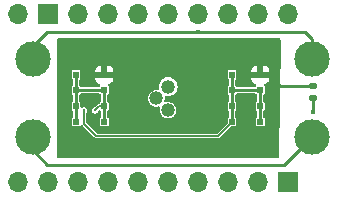
<source format=gbl>
G04 #@! TF.GenerationSoftware,KiCad,Pcbnew,(6.0.8)*
G04 #@! TF.CreationDate,2022-11-21T13:53:06+02:00*
G04 #@! TF.ProjectId,sensor,73656e73-6f72-42e6-9b69-6361645f7063,rev?*
G04 #@! TF.SameCoordinates,Original*
G04 #@! TF.FileFunction,Copper,L4,Bot*
G04 #@! TF.FilePolarity,Positive*
%FSLAX46Y46*%
G04 Gerber Fmt 4.6, Leading zero omitted, Abs format (unit mm)*
G04 Created by KiCad (PCBNEW (6.0.8)) date 2022-11-21 13:53:06*
%MOMM*%
%LPD*%
G01*
G04 APERTURE LIST*
G04 Aperture macros list*
%AMRoundRect*
0 Rectangle with rounded corners*
0 $1 Rounding radius*
0 $2 $3 $4 $5 $6 $7 $8 $9 X,Y pos of 4 corners*
0 Add a 4 corners polygon primitive as box body*
4,1,4,$2,$3,$4,$5,$6,$7,$8,$9,$2,$3,0*
0 Add four circle primitives for the rounded corners*
1,1,$1+$1,$2,$3*
1,1,$1+$1,$4,$5*
1,1,$1+$1,$6,$7*
1,1,$1+$1,$8,$9*
0 Add four rect primitives between the rounded corners*
20,1,$1+$1,$2,$3,$4,$5,0*
20,1,$1+$1,$4,$5,$6,$7,0*
20,1,$1+$1,$6,$7,$8,$9,0*
20,1,$1+$1,$8,$9,$2,$3,0*%
G04 Aperture macros list end*
G04 #@! TA.AperFunction,ComponentPad*
%ADD10O,1.700000X1.700000*%
G04 #@! TD*
G04 #@! TA.AperFunction,ComponentPad*
%ADD11R,1.700000X1.700000*%
G04 #@! TD*
G04 #@! TA.AperFunction,ComponentPad*
%ADD12C,3.000000*%
G04 #@! TD*
G04 #@! TA.AperFunction,SMDPad,CuDef*
%ADD13R,0.550000X0.540000*%
G04 #@! TD*
G04 #@! TA.AperFunction,SMDPad,CuDef*
%ADD14RoundRect,0.135000X-0.185000X0.135000X-0.185000X-0.135000X0.185000X-0.135000X0.185000X0.135000X0*%
G04 #@! TD*
G04 #@! TA.AperFunction,ComponentPad*
%ADD15C,1.192000*%
G04 #@! TD*
G04 #@! TA.AperFunction,ViaPad*
%ADD16C,0.381000*%
G04 #@! TD*
G04 #@! TA.AperFunction,ViaPad*
%ADD17C,0.254000*%
G04 #@! TD*
G04 #@! TA.AperFunction,Conductor*
%ADD18C,0.254000*%
G04 #@! TD*
G04 #@! TA.AperFunction,Conductor*
%ADD19C,0.152400*%
G04 #@! TD*
G04 APERTURE END LIST*
D10*
X131572000Y-70866000D03*
D11*
X134112000Y-70866000D03*
D10*
X136652000Y-70866000D03*
X139192000Y-70866000D03*
X141732000Y-70866000D03*
X144272000Y-70866000D03*
X146812000Y-70866000D03*
X149352000Y-70866000D03*
X151892000Y-70866000D03*
X154432000Y-70866000D03*
X131572000Y-85090000D03*
X134112000Y-85090000D03*
X136652000Y-85090000D03*
X139192000Y-85090000D03*
X141732000Y-85090000D03*
X144272000Y-85090000D03*
X146812000Y-85090000D03*
X149352000Y-85090000D03*
X151892000Y-85090000D03*
D11*
X154432000Y-85090000D03*
D12*
X132842000Y-74676000D03*
X156438600Y-81280000D03*
X156438600Y-74676000D03*
X132842000Y-81280000D03*
D13*
X136478000Y-79978000D03*
X136478000Y-78668000D03*
X136478000Y-77288000D03*
X136478000Y-75978000D03*
X138858000Y-75978000D03*
X138858000Y-77288000D03*
X138858000Y-78668000D03*
X138858000Y-79978000D03*
D14*
X156514800Y-76934600D03*
X156514800Y-77954600D03*
D15*
X144272000Y-78994000D03*
X144272000Y-76994000D03*
X143272000Y-77994000D03*
D13*
X149686000Y-79978000D03*
X149686000Y-78668000D03*
X149686000Y-77288000D03*
X149686000Y-75978000D03*
X152066000Y-75978000D03*
X152066000Y-77288000D03*
X152066000Y-78668000D03*
X152066000Y-79978000D03*
D16*
X156514800Y-79121000D03*
D17*
X136118600Y-80949800D03*
X137160000Y-78994000D03*
X138074400Y-78994000D03*
D16*
X146812000Y-72390000D03*
D18*
X156514800Y-79121000D02*
X156514800Y-77954600D01*
X153769600Y-76934600D02*
X152813000Y-75978000D01*
X156514800Y-76934600D02*
X153769600Y-76934600D01*
X152813000Y-75978000D02*
X152066000Y-75978000D01*
D19*
X137160000Y-80137000D02*
X138176000Y-81153000D01*
X148511000Y-81153000D02*
X149686000Y-79978000D01*
D18*
X152066000Y-78668000D02*
X152066000Y-79978000D01*
X152066000Y-77288000D02*
X149686000Y-77288000D01*
D19*
X137160000Y-78994000D02*
X137160000Y-80137000D01*
D18*
X152066000Y-78668000D02*
X152066000Y-77288000D01*
D19*
X138176000Y-81153000D02*
X148511000Y-81153000D01*
D18*
X149686000Y-77288000D02*
X149686000Y-79978000D01*
X149686000Y-77288000D02*
X149686000Y-75978000D01*
X138858000Y-77288000D02*
X138858000Y-79978000D01*
D19*
X138858000Y-78668000D02*
X138400400Y-78668000D01*
D18*
X138858000Y-77288000D02*
X137850000Y-77288000D01*
D19*
X138400400Y-78668000D02*
X138074400Y-78994000D01*
D18*
X137850000Y-77288000D02*
X136478000Y-77288000D01*
X136478000Y-75978000D02*
X136478000Y-79978000D01*
X154127200Y-83591400D02*
X134035800Y-83591400D01*
X156438600Y-81280000D02*
X154127200Y-83591400D01*
X132842000Y-82397600D02*
X132842000Y-81280000D01*
X134035800Y-83591400D02*
X132842000Y-82397600D01*
X132842000Y-73533000D02*
X132842000Y-74676000D01*
X133985000Y-72390000D02*
X132842000Y-73533000D01*
X155854400Y-72390000D02*
X146812000Y-72390000D01*
X156438600Y-74676000D02*
X156438600Y-72974200D01*
X146812000Y-72390000D02*
X133985000Y-72390000D01*
X156438600Y-72974200D02*
X155854400Y-72390000D01*
G04 #@! TA.AperFunction,Conductor*
G36*
X153737536Y-72918002D02*
G01*
X153784029Y-72971658D01*
X153795405Y-73025575D01*
X153671555Y-82933575D01*
X153650703Y-83001440D01*
X153596471Y-83047259D01*
X153545565Y-83058000D01*
X135000000Y-83058000D01*
X134931879Y-83037998D01*
X134885386Y-82984342D01*
X134874000Y-82932000D01*
X134874000Y-79698101D01*
X136102500Y-79698101D01*
X136102501Y-80257898D01*
X136103709Y-80263971D01*
X136105911Y-80275042D01*
X136108331Y-80287213D01*
X136130543Y-80320457D01*
X136163787Y-80342669D01*
X136193101Y-80348500D01*
X136477861Y-80348500D01*
X136762898Y-80348499D01*
X136776810Y-80345732D01*
X136780045Y-80345089D01*
X136792213Y-80342669D01*
X136825457Y-80320457D01*
X136832349Y-80310142D01*
X136832351Y-80310140D01*
X136846859Y-80288426D01*
X136901335Y-80242897D01*
X136971778Y-80234047D01*
X137035823Y-80264686D01*
X137046136Y-80275095D01*
X137056136Y-80286437D01*
X137055263Y-80287207D01*
X137058727Y-80291510D01*
X137061673Y-80288564D01*
X138030686Y-81257577D01*
X138045532Y-81275521D01*
X138045656Y-81275633D01*
X138054226Y-81288243D01*
X138085512Y-81305019D01*
X138091230Y-81308280D01*
X138121578Y-81326660D01*
X138126442Y-81326966D01*
X138130741Y-81329271D01*
X138134137Y-81329700D01*
X138165938Y-81329700D01*
X138173850Y-81329949D01*
X138208227Y-81332112D01*
X138208154Y-81333273D01*
X138213644Y-81333866D01*
X138213644Y-81329700D01*
X148482205Y-81329700D01*
X148505374Y-81331890D01*
X148505546Y-81331881D01*
X148520524Y-81334738D01*
X148535117Y-81330332D01*
X148535120Y-81330332D01*
X148554499Y-81324481D01*
X148560863Y-81322740D01*
X148585283Y-81316742D01*
X148595314Y-81314278D01*
X148598970Y-81311054D01*
X148603639Y-81309645D01*
X148606344Y-81307547D01*
X148628822Y-81285069D01*
X148634592Y-81279650D01*
X148660439Y-81256863D01*
X148661208Y-81257736D01*
X148665510Y-81254273D01*
X148662564Y-81251327D01*
X149528486Y-80385405D01*
X149590798Y-80351379D01*
X149617581Y-80348500D01*
X149927884Y-80348499D01*
X149970898Y-80348499D01*
X149984810Y-80345732D01*
X149988045Y-80345089D01*
X150000213Y-80342669D01*
X150033457Y-80320457D01*
X150055669Y-80287213D01*
X150061500Y-80257899D01*
X150061499Y-79698102D01*
X150058732Y-79684190D01*
X150058089Y-79680955D01*
X150055669Y-79668787D01*
X150033457Y-79635543D01*
X150000213Y-79613331D01*
X149990134Y-79611326D01*
X149936002Y-79567706D01*
X149913500Y-79495843D01*
X149913500Y-79150157D01*
X149933502Y-79082036D01*
X149990188Y-79034663D01*
X150000213Y-79032669D01*
X150033457Y-79010457D01*
X150055669Y-78977213D01*
X150061500Y-78947899D01*
X150061499Y-78388102D01*
X150058732Y-78374190D01*
X150058089Y-78370955D01*
X150055669Y-78358787D01*
X150033457Y-78325543D01*
X150000213Y-78303331D01*
X149990134Y-78301326D01*
X149936002Y-78257706D01*
X149913500Y-78185843D01*
X149913500Y-77770157D01*
X149933502Y-77702036D01*
X149990188Y-77654663D01*
X150000213Y-77652669D01*
X150033457Y-77630457D01*
X150055669Y-77597213D01*
X150057032Y-77590360D01*
X150099223Y-77538003D01*
X150171086Y-77515500D01*
X151580914Y-77515500D01*
X151649035Y-77535502D01*
X151694996Y-77590498D01*
X151696331Y-77597213D01*
X151718543Y-77630457D01*
X151751787Y-77652669D01*
X151761866Y-77654674D01*
X151815998Y-77698294D01*
X151838500Y-77770157D01*
X151838500Y-78185843D01*
X151818498Y-78253964D01*
X151761812Y-78301337D01*
X151751787Y-78303331D01*
X151718543Y-78325543D01*
X151696331Y-78358787D01*
X151690500Y-78388101D01*
X151690501Y-78947898D01*
X151691709Y-78953971D01*
X151693911Y-78965042D01*
X151696331Y-78977213D01*
X151718543Y-79010457D01*
X151751787Y-79032669D01*
X151761866Y-79034674D01*
X151815998Y-79078294D01*
X151838500Y-79150157D01*
X151838500Y-79495843D01*
X151818498Y-79563964D01*
X151761812Y-79611337D01*
X151751787Y-79613331D01*
X151718543Y-79635543D01*
X151696331Y-79668787D01*
X151690500Y-79698101D01*
X151690501Y-80257898D01*
X151691709Y-80263971D01*
X151693911Y-80275042D01*
X151696331Y-80287213D01*
X151718543Y-80320457D01*
X151751787Y-80342669D01*
X151781101Y-80348500D01*
X152065861Y-80348500D01*
X152350898Y-80348499D01*
X152364810Y-80345732D01*
X152368045Y-80345089D01*
X152380213Y-80342669D01*
X152413457Y-80320457D01*
X152435669Y-80287213D01*
X152441500Y-80257899D01*
X152441499Y-79698102D01*
X152438732Y-79684190D01*
X152438089Y-79680955D01*
X152435669Y-79668787D01*
X152413457Y-79635543D01*
X152380213Y-79613331D01*
X152370134Y-79611326D01*
X152316002Y-79567706D01*
X152293500Y-79495843D01*
X152293500Y-79150157D01*
X152313502Y-79082036D01*
X152370188Y-79034663D01*
X152380213Y-79032669D01*
X152413457Y-79010457D01*
X152435669Y-78977213D01*
X152441500Y-78947899D01*
X152441499Y-78388102D01*
X152438732Y-78374190D01*
X152438089Y-78370955D01*
X152435669Y-78358787D01*
X152413457Y-78325543D01*
X152380213Y-78303331D01*
X152370134Y-78301326D01*
X152316002Y-78257706D01*
X152293500Y-78185843D01*
X152293500Y-77770157D01*
X152313502Y-77702036D01*
X152370188Y-77654663D01*
X152380213Y-77652669D01*
X152413457Y-77630457D01*
X152435669Y-77597213D01*
X152441500Y-77567899D01*
X152441499Y-77008102D01*
X152438694Y-76994000D01*
X152438089Y-76990955D01*
X152435669Y-76978787D01*
X152413457Y-76945543D01*
X152412955Y-76945207D01*
X152382846Y-76890069D01*
X152387911Y-76819254D01*
X152430458Y-76762418D01*
X152461738Y-76745304D01*
X152579052Y-76701325D01*
X152594649Y-76692786D01*
X152696724Y-76616285D01*
X152709285Y-76603724D01*
X152785786Y-76501649D01*
X152794324Y-76486054D01*
X152839478Y-76365606D01*
X152843105Y-76350351D01*
X152848631Y-76299486D01*
X152849000Y-76292672D01*
X152849000Y-76250115D01*
X152844525Y-76234876D01*
X152843135Y-76233671D01*
X152835452Y-76232000D01*
X151301116Y-76232000D01*
X151285877Y-76236475D01*
X151284672Y-76237865D01*
X151283001Y-76245548D01*
X151283001Y-76292669D01*
X151283371Y-76299490D01*
X151288895Y-76350352D01*
X151292521Y-76365604D01*
X151337676Y-76486054D01*
X151346214Y-76501649D01*
X151422715Y-76603724D01*
X151435276Y-76616285D01*
X151537351Y-76692786D01*
X151552948Y-76701325D01*
X151670262Y-76745304D01*
X151727027Y-76787945D01*
X151751727Y-76854507D01*
X151736520Y-76923856D01*
X151721977Y-76943249D01*
X151718543Y-76945543D01*
X151696331Y-76978787D01*
X151694968Y-76985640D01*
X151652777Y-77037997D01*
X151580914Y-77060500D01*
X150171086Y-77060500D01*
X150102965Y-77040498D01*
X150057004Y-76985502D01*
X150055669Y-76978787D01*
X150033457Y-76945543D01*
X150000213Y-76923331D01*
X149990134Y-76921326D01*
X149936002Y-76877706D01*
X149913500Y-76805843D01*
X149913500Y-76460157D01*
X149933502Y-76392036D01*
X149990188Y-76344663D01*
X150000213Y-76342669D01*
X150033457Y-76320457D01*
X150055669Y-76287213D01*
X150061500Y-76257899D01*
X150061499Y-75705885D01*
X151283000Y-75705885D01*
X151287475Y-75721124D01*
X151288865Y-75722329D01*
X151296548Y-75724000D01*
X151793885Y-75724000D01*
X151809124Y-75719525D01*
X151810329Y-75718135D01*
X151812000Y-75710451D01*
X151812000Y-75705885D01*
X152320000Y-75705885D01*
X152324475Y-75721124D01*
X152325865Y-75722329D01*
X152333548Y-75724000D01*
X152830884Y-75724000D01*
X152846123Y-75719525D01*
X152847328Y-75718135D01*
X152848999Y-75710451D01*
X152848999Y-75663331D01*
X152848629Y-75656510D01*
X152843105Y-75605648D01*
X152839479Y-75590396D01*
X152794324Y-75469946D01*
X152785786Y-75454351D01*
X152709285Y-75352276D01*
X152696724Y-75339715D01*
X152594649Y-75263214D01*
X152579054Y-75254676D01*
X152458606Y-75209522D01*
X152443351Y-75205895D01*
X152392486Y-75200369D01*
X152385672Y-75200000D01*
X152338115Y-75200000D01*
X152322876Y-75204475D01*
X152321671Y-75205865D01*
X152320000Y-75213548D01*
X152320000Y-75705885D01*
X151812000Y-75705885D01*
X151812000Y-75218116D01*
X151807525Y-75202877D01*
X151806135Y-75201672D01*
X151798452Y-75200001D01*
X151746331Y-75200001D01*
X151739510Y-75200371D01*
X151688648Y-75205895D01*
X151673396Y-75209521D01*
X151552946Y-75254676D01*
X151537351Y-75263214D01*
X151435276Y-75339715D01*
X151422715Y-75352276D01*
X151346214Y-75454351D01*
X151337676Y-75469946D01*
X151292522Y-75590394D01*
X151288895Y-75605649D01*
X151283369Y-75656514D01*
X151283000Y-75663328D01*
X151283000Y-75705885D01*
X150061499Y-75705885D01*
X150061499Y-75698102D01*
X150058732Y-75684190D01*
X150058089Y-75680955D01*
X150055669Y-75668787D01*
X150033457Y-75635543D01*
X150000213Y-75613331D01*
X149970899Y-75607500D01*
X149686139Y-75607500D01*
X149401102Y-75607501D01*
X149387190Y-75610268D01*
X149383961Y-75610910D01*
X149371787Y-75613331D01*
X149338543Y-75635543D01*
X149316331Y-75668787D01*
X149310500Y-75698101D01*
X149310501Y-76257898D01*
X149311709Y-76263971D01*
X149313911Y-76275042D01*
X149316331Y-76287213D01*
X149338543Y-76320457D01*
X149371787Y-76342669D01*
X149381866Y-76344674D01*
X149435998Y-76388294D01*
X149458500Y-76460157D01*
X149458500Y-76805843D01*
X149438498Y-76873964D01*
X149381812Y-76921337D01*
X149371787Y-76923331D01*
X149338543Y-76945543D01*
X149316331Y-76978787D01*
X149310500Y-77008101D01*
X149310501Y-77567898D01*
X149311709Y-77573971D01*
X149313911Y-77585042D01*
X149316331Y-77597213D01*
X149338543Y-77630457D01*
X149371787Y-77652669D01*
X149381866Y-77654674D01*
X149435998Y-77698294D01*
X149458500Y-77770157D01*
X149458500Y-78185843D01*
X149438498Y-78253964D01*
X149381812Y-78301337D01*
X149371787Y-78303331D01*
X149338543Y-78325543D01*
X149316331Y-78358787D01*
X149310500Y-78388101D01*
X149310501Y-78947898D01*
X149311709Y-78953971D01*
X149313911Y-78965042D01*
X149316331Y-78977213D01*
X149338543Y-79010457D01*
X149371787Y-79032669D01*
X149381866Y-79034674D01*
X149435998Y-79078294D01*
X149458500Y-79150157D01*
X149458500Y-79495843D01*
X149438498Y-79563964D01*
X149381812Y-79611337D01*
X149371787Y-79613331D01*
X149338543Y-79635543D01*
X149316331Y-79668787D01*
X149310500Y-79698101D01*
X149310500Y-79704288D01*
X149310501Y-80051418D01*
X149290499Y-80119538D01*
X149273596Y-80140513D01*
X148474714Y-80939395D01*
X148412402Y-80973421D01*
X148385619Y-80976300D01*
X138301381Y-80976300D01*
X138233260Y-80956298D01*
X138212286Y-80939395D01*
X137373605Y-80100714D01*
X137339579Y-80038402D01*
X137336700Y-80011619D01*
X137336700Y-79256097D01*
X137357935Y-79186095D01*
X137415559Y-79099856D01*
X137436615Y-78994000D01*
X137415559Y-78888144D01*
X137355596Y-78798404D01*
X137265856Y-78738441D01*
X137160000Y-78717385D01*
X137054144Y-78738441D01*
X137043824Y-78745336D01*
X137032360Y-78750085D01*
X137031196Y-78747276D01*
X136981741Y-78762758D01*
X136913275Y-78743971D01*
X136865835Y-78691152D01*
X136853499Y-78636778D01*
X136853499Y-78388102D01*
X136850732Y-78374190D01*
X136850089Y-78370955D01*
X136847669Y-78358787D01*
X136825457Y-78325543D01*
X136792213Y-78303331D01*
X136782134Y-78301326D01*
X136728002Y-78257706D01*
X136705500Y-78185843D01*
X136705500Y-77770157D01*
X136725502Y-77702036D01*
X136782188Y-77654663D01*
X136792213Y-77652669D01*
X136825457Y-77630457D01*
X136847669Y-77597213D01*
X136849032Y-77590360D01*
X136891223Y-77538003D01*
X136963086Y-77515500D01*
X138372914Y-77515500D01*
X138441035Y-77535502D01*
X138486996Y-77590498D01*
X138488331Y-77597213D01*
X138510543Y-77630457D01*
X138543787Y-77652669D01*
X138553866Y-77654674D01*
X138607998Y-77698294D01*
X138630500Y-77770157D01*
X138630500Y-78185843D01*
X138610498Y-78253964D01*
X138553812Y-78301337D01*
X138543787Y-78303331D01*
X138510543Y-78325543D01*
X138488331Y-78358787D01*
X138482500Y-78388101D01*
X138480147Y-78387633D01*
X138457530Y-78443615D01*
X138399568Y-78484614D01*
X138390967Y-78486278D01*
X138390876Y-78486261D01*
X138390554Y-78486358D01*
X138390550Y-78486359D01*
X138374185Y-78491300D01*
X138356888Y-78496522D01*
X138350535Y-78498260D01*
X138316086Y-78506722D01*
X138312431Y-78509944D01*
X138307761Y-78511354D01*
X138305056Y-78513452D01*
X138282570Y-78535938D01*
X138276800Y-78541357D01*
X138250961Y-78564137D01*
X138250192Y-78563264D01*
X138245891Y-78566727D01*
X138248836Y-78569672D01*
X138175786Y-78642723D01*
X138134787Y-78683722D01*
X138070272Y-78718206D01*
X138052109Y-78721819D01*
X137968544Y-78738441D01*
X137878804Y-78798404D01*
X137818841Y-78888144D01*
X137797785Y-78994000D01*
X137818841Y-79099856D01*
X137878804Y-79189596D01*
X137968544Y-79249559D01*
X138074400Y-79270615D01*
X138180256Y-79249559D01*
X138269996Y-79189596D01*
X138329959Y-79099856D01*
X138332380Y-79087683D01*
X138337129Y-79076219D01*
X138341275Y-79077936D01*
X138362943Y-79036495D01*
X138424632Y-79001352D01*
X138495527Y-79005138D01*
X138523630Y-79019202D01*
X138533466Y-79025774D01*
X138533470Y-79025776D01*
X138543787Y-79032669D01*
X138553866Y-79034674D01*
X138607998Y-79078294D01*
X138630500Y-79150157D01*
X138630500Y-79495843D01*
X138610498Y-79563964D01*
X138553812Y-79611337D01*
X138543787Y-79613331D01*
X138510543Y-79635543D01*
X138488331Y-79668787D01*
X138482500Y-79698101D01*
X138482501Y-80257898D01*
X138483709Y-80263971D01*
X138485911Y-80275042D01*
X138488331Y-80287213D01*
X138510543Y-80320457D01*
X138543787Y-80342669D01*
X138573101Y-80348500D01*
X138857861Y-80348500D01*
X139142898Y-80348499D01*
X139156810Y-80345732D01*
X139160045Y-80345089D01*
X139172213Y-80342669D01*
X139205457Y-80320457D01*
X139227669Y-80287213D01*
X139233500Y-80257899D01*
X139233499Y-79698102D01*
X139230732Y-79684190D01*
X139230089Y-79680955D01*
X139227669Y-79668787D01*
X139205457Y-79635543D01*
X139172213Y-79613331D01*
X139162134Y-79611326D01*
X139108002Y-79567706D01*
X139085500Y-79495843D01*
X139085500Y-79150157D01*
X139105502Y-79082036D01*
X139162188Y-79034663D01*
X139172213Y-79032669D01*
X139205457Y-79010457D01*
X139227669Y-78977213D01*
X139233500Y-78947899D01*
X139233499Y-78388102D01*
X139230732Y-78374190D01*
X139230089Y-78370955D01*
X139227669Y-78358787D01*
X139205457Y-78325543D01*
X139172213Y-78303331D01*
X139162134Y-78301326D01*
X139108002Y-78257706D01*
X139085500Y-78185843D01*
X139085500Y-77986653D01*
X142570422Y-77986653D01*
X142588921Y-78154215D01*
X142646856Y-78312527D01*
X142740880Y-78452450D01*
X142746492Y-78457557D01*
X142746495Y-78457560D01*
X142805614Y-78511354D01*
X142865567Y-78565907D01*
X142872240Y-78569530D01*
X142872244Y-78569533D01*
X142996096Y-78636778D01*
X143013718Y-78646346D01*
X143176780Y-78689125D01*
X143264683Y-78690505D01*
X143337741Y-78691653D01*
X143337744Y-78691653D01*
X143345339Y-78691772D01*
X143352744Y-78690076D01*
X143352745Y-78690076D01*
X143413990Y-78676049D01*
X143442109Y-78669609D01*
X143512974Y-78673898D01*
X143570273Y-78715820D01*
X143595810Y-78782065D01*
X143592696Y-78818826D01*
X143592427Y-78819515D01*
X143591436Y-78827044D01*
X143571665Y-78977213D01*
X143570422Y-78986653D01*
X143588921Y-79154215D01*
X143646856Y-79312527D01*
X143740880Y-79452450D01*
X143746492Y-79457557D01*
X143746495Y-79457560D01*
X143838407Y-79541193D01*
X143865567Y-79565907D01*
X143872240Y-79569530D01*
X143872244Y-79569533D01*
X143985909Y-79631247D01*
X144013718Y-79646346D01*
X144176780Y-79689125D01*
X144264683Y-79690505D01*
X144337741Y-79691653D01*
X144337744Y-79691653D01*
X144345339Y-79691772D01*
X144352744Y-79690076D01*
X144352745Y-79690076D01*
X144445698Y-79668787D01*
X144509664Y-79654137D01*
X144660268Y-79578391D01*
X144666040Y-79573462D01*
X144666042Y-79573460D01*
X144782681Y-79473841D01*
X144782685Y-79473837D01*
X144788457Y-79468907D01*
X144886831Y-79332006D01*
X144939004Y-79202222D01*
X144946875Y-79182642D01*
X144946875Y-79182641D01*
X144949709Y-79175592D01*
X144969505Y-79036495D01*
X144972881Y-79012778D01*
X144972881Y-79012774D01*
X144973462Y-79008694D01*
X144973616Y-78994000D01*
X144968772Y-78953966D01*
X144954276Y-78834184D01*
X144954276Y-78834183D01*
X144953363Y-78826641D01*
X144922125Y-78743971D01*
X144896460Y-78676049D01*
X144896459Y-78676047D01*
X144893775Y-78668944D01*
X144889476Y-78662689D01*
X144889474Y-78662685D01*
X144802592Y-78536272D01*
X144802591Y-78536270D01*
X144798290Y-78530013D01*
X144672422Y-78417869D01*
X144523437Y-78338985D01*
X144359936Y-78297916D01*
X144352338Y-78297876D01*
X144352336Y-78297876D01*
X144279659Y-78297496D01*
X144191358Y-78297034D01*
X144183973Y-78298807D01*
X144103242Y-78318188D01*
X144032334Y-78314640D01*
X143974601Y-78273321D01*
X143948371Y-78207347D01*
X143951046Y-78175782D01*
X143949709Y-78175592D01*
X143972881Y-78012778D01*
X143972881Y-78012774D01*
X143973462Y-78008694D01*
X143973616Y-77994000D01*
X143964112Y-77915467D01*
X143975785Y-77845438D01*
X144023466Y-77792835D01*
X144092017Y-77774362D01*
X144105863Y-77775437D01*
X144170918Y-77784117D01*
X144255214Y-77795364D01*
X144262225Y-77794726D01*
X144262229Y-77794726D01*
X144426151Y-77779808D01*
X144433172Y-77779169D01*
X144603120Y-77723949D01*
X144694404Y-77669533D01*
X144750558Y-77636059D01*
X144750560Y-77636058D01*
X144756610Y-77632451D01*
X144886015Y-77509220D01*
X144984903Y-77360382D01*
X145048358Y-77193335D01*
X145058966Y-77117856D01*
X145072678Y-77020289D01*
X145072678Y-77020283D01*
X145073227Y-77016380D01*
X145073540Y-76994000D01*
X145053621Y-76816420D01*
X145013541Y-76701325D01*
X144997170Y-76654313D01*
X144997169Y-76654311D01*
X144994855Y-76647666D01*
X144988570Y-76637607D01*
X144903895Y-76502099D01*
X144900162Y-76496125D01*
X144774248Y-76369329D01*
X144697237Y-76320457D01*
X144629315Y-76277352D01*
X144629312Y-76277350D01*
X144623372Y-76273581D01*
X144579332Y-76257899D01*
X144461667Y-76216000D01*
X144461662Y-76215999D01*
X144455032Y-76213638D01*
X144448044Y-76212805D01*
X144448041Y-76212804D01*
X144327793Y-76198466D01*
X144277596Y-76192480D01*
X144270593Y-76193216D01*
X144270592Y-76193216D01*
X144225892Y-76197914D01*
X144099881Y-76211158D01*
X144093213Y-76213428D01*
X143937388Y-76266475D01*
X143937385Y-76266476D01*
X143930721Y-76268745D01*
X143924726Y-76272433D01*
X143924722Y-76272435D01*
X143863431Y-76310142D01*
X143778523Y-76362378D01*
X143773492Y-76367305D01*
X143773489Y-76367307D01*
X143752058Y-76388294D01*
X143650851Y-76487403D01*
X143554051Y-76637607D01*
X143551642Y-76644227D01*
X143551640Y-76644230D01*
X143547970Y-76654313D01*
X143492934Y-76805524D01*
X143492051Y-76812512D01*
X143492051Y-76812513D01*
X143490674Y-76823417D01*
X143470538Y-76982809D01*
X143476195Y-77040498D01*
X143487899Y-77159863D01*
X143474640Y-77229611D01*
X143425777Y-77281118D01*
X143359939Y-77297267D01*
X143359936Y-77297916D01*
X143357349Y-77297902D01*
X143357347Y-77297902D01*
X143355194Y-77297891D01*
X143355192Y-77297891D01*
X143291831Y-77297560D01*
X143191358Y-77297034D01*
X143183979Y-77298806D01*
X143183975Y-77298806D01*
X143034815Y-77334616D01*
X143034811Y-77334617D01*
X143027436Y-77336388D01*
X142877633Y-77413707D01*
X142871911Y-77418699D01*
X142871909Y-77418700D01*
X142756323Y-77519532D01*
X142756320Y-77519535D01*
X142750598Y-77524527D01*
X142746231Y-77530741D01*
X142672212Y-77636059D01*
X142653663Y-77662451D01*
X142592427Y-77819515D01*
X142570422Y-77986653D01*
X139085500Y-77986653D01*
X139085500Y-77770157D01*
X139105502Y-77702036D01*
X139162188Y-77654663D01*
X139172213Y-77652669D01*
X139205457Y-77630457D01*
X139227669Y-77597213D01*
X139233500Y-77567899D01*
X139233499Y-77008102D01*
X139230694Y-76994000D01*
X139230089Y-76990955D01*
X139227669Y-76978787D01*
X139205457Y-76945543D01*
X139204955Y-76945207D01*
X139174846Y-76890069D01*
X139179911Y-76819254D01*
X139222458Y-76762418D01*
X139253738Y-76745304D01*
X139371052Y-76701325D01*
X139386649Y-76692786D01*
X139488724Y-76616285D01*
X139501285Y-76603724D01*
X139577786Y-76501649D01*
X139586324Y-76486054D01*
X139631478Y-76365606D01*
X139635105Y-76350351D01*
X139640631Y-76299486D01*
X139641000Y-76292672D01*
X139641000Y-76250115D01*
X139636525Y-76234876D01*
X139635135Y-76233671D01*
X139627452Y-76232000D01*
X138093116Y-76232000D01*
X138077877Y-76236475D01*
X138076672Y-76237865D01*
X138075001Y-76245548D01*
X138075001Y-76292669D01*
X138075371Y-76299490D01*
X138080895Y-76350352D01*
X138084521Y-76365604D01*
X138129676Y-76486054D01*
X138138214Y-76501649D01*
X138214715Y-76603724D01*
X138227276Y-76616285D01*
X138329351Y-76692786D01*
X138344948Y-76701325D01*
X138462262Y-76745304D01*
X138519027Y-76787945D01*
X138543727Y-76854507D01*
X138528520Y-76923856D01*
X138513977Y-76943249D01*
X138510543Y-76945543D01*
X138488331Y-76978787D01*
X138486968Y-76985640D01*
X138444777Y-77037997D01*
X138372914Y-77060500D01*
X136963086Y-77060500D01*
X136894965Y-77040498D01*
X136849004Y-76985502D01*
X136847669Y-76978787D01*
X136825457Y-76945543D01*
X136792213Y-76923331D01*
X136782134Y-76921326D01*
X136728002Y-76877706D01*
X136705500Y-76805843D01*
X136705500Y-76460157D01*
X136725502Y-76392036D01*
X136782188Y-76344663D01*
X136792213Y-76342669D01*
X136825457Y-76320457D01*
X136847669Y-76287213D01*
X136853500Y-76257899D01*
X136853499Y-75705885D01*
X138075000Y-75705885D01*
X138079475Y-75721124D01*
X138080865Y-75722329D01*
X138088548Y-75724000D01*
X138585885Y-75724000D01*
X138601124Y-75719525D01*
X138602329Y-75718135D01*
X138604000Y-75710451D01*
X138604000Y-75705885D01*
X139112000Y-75705885D01*
X139116475Y-75721124D01*
X139117865Y-75722329D01*
X139125548Y-75724000D01*
X139622884Y-75724000D01*
X139638123Y-75719525D01*
X139639328Y-75718135D01*
X139640999Y-75710451D01*
X139640999Y-75663331D01*
X139640629Y-75656510D01*
X139635105Y-75605648D01*
X139631479Y-75590396D01*
X139586324Y-75469946D01*
X139577786Y-75454351D01*
X139501285Y-75352276D01*
X139488724Y-75339715D01*
X139386649Y-75263214D01*
X139371054Y-75254676D01*
X139250606Y-75209522D01*
X139235351Y-75205895D01*
X139184486Y-75200369D01*
X139177672Y-75200000D01*
X139130115Y-75200000D01*
X139114876Y-75204475D01*
X139113671Y-75205865D01*
X139112000Y-75213548D01*
X139112000Y-75705885D01*
X138604000Y-75705885D01*
X138604000Y-75218116D01*
X138599525Y-75202877D01*
X138598135Y-75201672D01*
X138590452Y-75200001D01*
X138538331Y-75200001D01*
X138531510Y-75200371D01*
X138480648Y-75205895D01*
X138465396Y-75209521D01*
X138344946Y-75254676D01*
X138329351Y-75263214D01*
X138227276Y-75339715D01*
X138214715Y-75352276D01*
X138138214Y-75454351D01*
X138129676Y-75469946D01*
X138084522Y-75590394D01*
X138080895Y-75605649D01*
X138075369Y-75656514D01*
X138075000Y-75663328D01*
X138075000Y-75705885D01*
X136853499Y-75705885D01*
X136853499Y-75698102D01*
X136850732Y-75684190D01*
X136850089Y-75680955D01*
X136847669Y-75668787D01*
X136825457Y-75635543D01*
X136792213Y-75613331D01*
X136762899Y-75607500D01*
X136478139Y-75607500D01*
X136193102Y-75607501D01*
X136179190Y-75610268D01*
X136175961Y-75610910D01*
X136163787Y-75613331D01*
X136130543Y-75635543D01*
X136108331Y-75668787D01*
X136102500Y-75698101D01*
X136102501Y-76257898D01*
X136103709Y-76263971D01*
X136105911Y-76275042D01*
X136108331Y-76287213D01*
X136130543Y-76320457D01*
X136163787Y-76342669D01*
X136173866Y-76344674D01*
X136227998Y-76388294D01*
X136250500Y-76460157D01*
X136250500Y-76805843D01*
X136230498Y-76873964D01*
X136173812Y-76921337D01*
X136163787Y-76923331D01*
X136130543Y-76945543D01*
X136108331Y-76978787D01*
X136102500Y-77008101D01*
X136102501Y-77567898D01*
X136103709Y-77573971D01*
X136105911Y-77585042D01*
X136108331Y-77597213D01*
X136130543Y-77630457D01*
X136163787Y-77652669D01*
X136173866Y-77654674D01*
X136227998Y-77698294D01*
X136250500Y-77770157D01*
X136250500Y-78185843D01*
X136230498Y-78253964D01*
X136173812Y-78301337D01*
X136163787Y-78303331D01*
X136130543Y-78325543D01*
X136108331Y-78358787D01*
X136102500Y-78388101D01*
X136102501Y-78947898D01*
X136103709Y-78953971D01*
X136105911Y-78965042D01*
X136108331Y-78977213D01*
X136130543Y-79010457D01*
X136163787Y-79032669D01*
X136173866Y-79034674D01*
X136227998Y-79078294D01*
X136250500Y-79150157D01*
X136250500Y-79495843D01*
X136230498Y-79563964D01*
X136173812Y-79611337D01*
X136163787Y-79613331D01*
X136130543Y-79635543D01*
X136108331Y-79668787D01*
X136102500Y-79698101D01*
X134874000Y-79698101D01*
X134874000Y-73024000D01*
X134894002Y-72955879D01*
X134947658Y-72909386D01*
X135000000Y-72898000D01*
X153669415Y-72898000D01*
X153737536Y-72918002D01*
G37*
G04 #@! TD.AperFunction*
M02*

</source>
